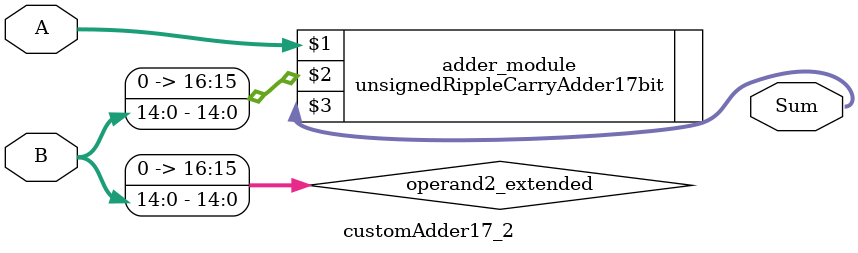
<source format=v>

module customAdder17_2(
                    input [16 : 0] A,
                    input [14 : 0] B,
                    
                    output [17 : 0] Sum
            );

    wire [16 : 0] operand2_extended;
    
    assign operand2_extended =  {2'b0, B};
    
    unsignedRippleCarryAdder17bit adder_module(
        A,
        operand2_extended,
        Sum
    );
    
endmodule
        
</source>
